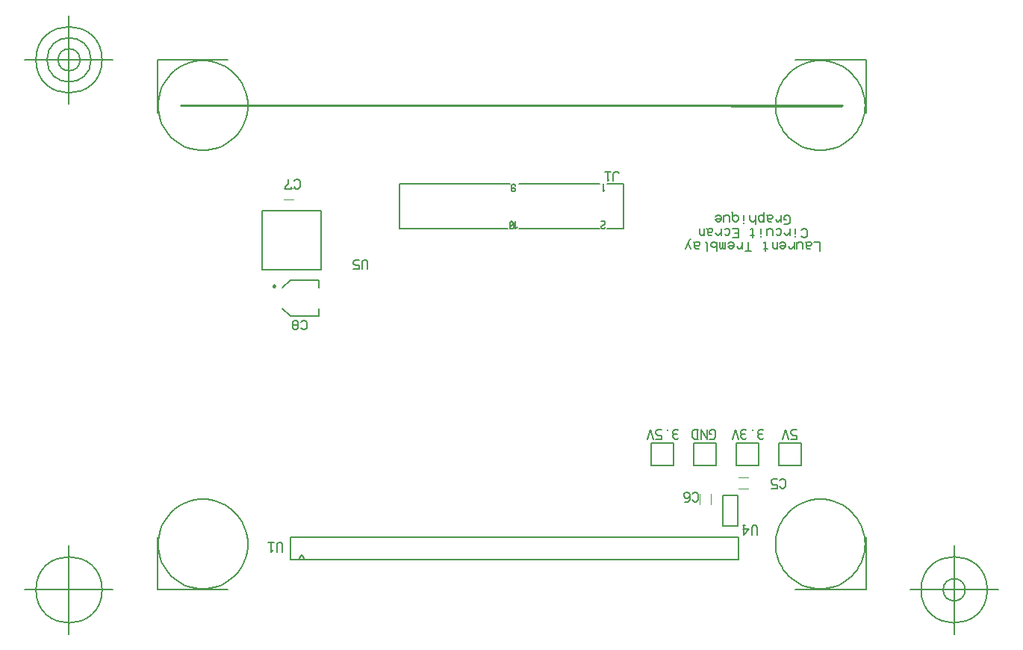
<source format=gbr>
G04 Generated by Ultiboard 13.0 *
%FSLAX25Y25*%
%MOIN*%

%ADD10C,0.00001*%
%ADD11C,0.00800*%
%ADD12C,0.00004*%
%ADD13C,0.01000*%
%ADD14C,0.00667*%
%ADD15C,0.00100*%
%ADD16C,0.00787*%
%ADD17C,0.00984*%
%ADD18C,0.00500*%


G04 ColorRGB FFFF00 for the following layer *
%LNSilkscreen Top*%
%LPD*%
G54D10*
G54D11*
X248750Y19805D02*
X248750Y33585D01*
X241860Y33585D01*
X241860Y19805D01*
X248750Y19805D01*
X29843Y207480D02*
X29766Y209223D01*
X29539Y210953D01*
X29161Y212657D01*
X28636Y214321D01*
X27969Y215933D01*
X27163Y217480D01*
X26226Y218952D01*
X25163Y220336D01*
X23985Y221622D01*
X22698Y222801D01*
X21314Y223863D01*
X19843Y224801D01*
X18295Y225606D01*
X16683Y226274D01*
X15019Y226799D01*
X13315Y227176D01*
X11586Y227404D01*
X9843Y227480D01*
X8099Y227404D01*
X6370Y227176D01*
X4666Y226799D01*
X3002Y226274D01*
X1390Y225606D01*
X-157Y224801D01*
X-1629Y223863D01*
X-3013Y222801D01*
X-4300Y221622D01*
X-5478Y220336D01*
X-6541Y218952D01*
X-7478Y217480D01*
X-8284Y215933D01*
X-8951Y214321D01*
X-9476Y212657D01*
X-9854Y210953D01*
X-10081Y209223D01*
X-10157Y207480D01*
X-10081Y205737D01*
X-9854Y204007D01*
X-9476Y202304D01*
X-8951Y200640D01*
X-8284Y199028D01*
X-7478Y197480D01*
X-6541Y196009D01*
X-5478Y194625D01*
X-4300Y193338D01*
X-3013Y192159D01*
X-1629Y191097D01*
X-157Y190160D01*
X1390Y189354D01*
X3002Y188686D01*
X4666Y188162D01*
X6370Y187784D01*
X8099Y187556D01*
X9843Y187480D01*
X11586Y187556D01*
X13315Y187784D01*
X15019Y188162D01*
X16683Y188686D01*
X18295Y189354D01*
X19843Y190160D01*
X21314Y191097D01*
X22698Y192159D01*
X23985Y193338D01*
X25163Y194625D01*
X26226Y196009D01*
X27163Y197480D01*
X27969Y199028D01*
X28636Y200640D01*
X29161Y202304D01*
X29539Y204007D01*
X29766Y205737D01*
X29843Y207480D01*
X29843Y207480D01*
X305433Y207480D02*
X305357Y209223D01*
X305129Y210953D01*
X304752Y212657D01*
X304227Y214321D01*
X303559Y215933D01*
X302754Y217480D01*
X301816Y218952D01*
X300754Y220336D01*
X299575Y221622D01*
X298289Y222801D01*
X296905Y223863D01*
X295433Y224801D01*
X293885Y225606D01*
X292273Y226274D01*
X290609Y226799D01*
X288906Y227176D01*
X287176Y227404D01*
X285433Y227480D01*
X283690Y227404D01*
X281960Y227176D01*
X280257Y226799D01*
X278593Y226274D01*
X276981Y225606D01*
X275433Y224801D01*
X273962Y223863D01*
X272577Y222801D01*
X271291Y221622D01*
X270112Y220336D01*
X269050Y218952D01*
X268113Y217480D01*
X267307Y215933D01*
X266639Y214321D01*
X266115Y212657D01*
X265737Y210953D01*
X265509Y209223D01*
X265433Y207480D01*
X265509Y205737D01*
X265737Y204007D01*
X266115Y202304D01*
X266639Y200640D01*
X267307Y199028D01*
X268113Y197480D01*
X269050Y196009D01*
X270112Y194625D01*
X271291Y193338D01*
X272577Y192159D01*
X273962Y191097D01*
X275433Y190160D01*
X276981Y189354D01*
X278593Y188686D01*
X280257Y188162D01*
X281960Y187784D01*
X283690Y187556D01*
X285433Y187480D01*
X287176Y187556D01*
X288906Y187784D01*
X290609Y188162D01*
X292273Y188686D01*
X293885Y189354D01*
X295433Y190160D01*
X296905Y191097D01*
X298289Y192159D01*
X299575Y193338D01*
X300754Y194625D01*
X301816Y196009D01*
X302754Y197480D01*
X303559Y199028D01*
X304227Y200640D01*
X304752Y202304D01*
X305129Y204007D01*
X305357Y205737D01*
X305433Y207480D01*
X305433Y207480D01*
X29843Y11811D02*
X29766Y13554D01*
X29539Y15284D01*
X29161Y16987D01*
X28636Y18651D01*
X27969Y20263D01*
X27163Y21811D01*
X26226Y23283D01*
X25163Y24667D01*
X23985Y25953D01*
X22698Y27132D01*
X21314Y28194D01*
X19843Y29132D01*
X18295Y29937D01*
X16683Y30605D01*
X15019Y31130D01*
X13315Y31507D01*
X11586Y31735D01*
X9843Y31811D01*
X8099Y31735D01*
X6370Y31507D01*
X4666Y31130D01*
X3002Y30605D01*
X1390Y29937D01*
X-157Y29132D01*
X-1629Y28194D01*
X-3013Y27132D01*
X-4300Y25953D01*
X-5478Y24667D01*
X-6541Y23283D01*
X-7478Y21811D01*
X-8284Y20263D01*
X-8951Y18651D01*
X-9476Y16987D01*
X-9854Y15284D01*
X-10081Y13554D01*
X-10157Y11811D01*
X-10081Y10068D01*
X-9854Y8338D01*
X-9476Y6635D01*
X-8951Y4971D01*
X-8284Y3359D01*
X-7478Y1811D01*
X-6541Y339D01*
X-5478Y-1045D01*
X-4300Y-2331D01*
X-3013Y-3510D01*
X-1629Y-4572D01*
X-157Y-5509D01*
X1390Y-6315D01*
X3002Y-6983D01*
X4666Y-7507D01*
X6370Y-7885D01*
X8099Y-8113D01*
X9843Y-8189D01*
X11586Y-8113D01*
X13315Y-7885D01*
X15019Y-7507D01*
X16683Y-6983D01*
X18295Y-6315D01*
X19843Y-5509D01*
X21314Y-4572D01*
X22698Y-3510D01*
X23985Y-2331D01*
X25163Y-1045D01*
X26226Y339D01*
X27163Y1811D01*
X27969Y3359D01*
X28636Y4971D01*
X29161Y6635D01*
X29539Y8338D01*
X29766Y10068D01*
X29843Y11811D01*
X305433Y11811D02*
X305357Y13554D01*
X305129Y15284D01*
X304752Y16987D01*
X304227Y18651D01*
X303559Y20263D01*
X302754Y21811D01*
X301816Y23283D01*
X300754Y24667D01*
X299575Y25953D01*
X298289Y27132D01*
X296905Y28194D01*
X295433Y29132D01*
X293885Y29937D01*
X292273Y30605D01*
X290609Y31130D01*
X288906Y31507D01*
X287176Y31735D01*
X285433Y31811D01*
X283690Y31735D01*
X281960Y31507D01*
X280257Y31130D01*
X278593Y30605D01*
X276981Y29937D01*
X275433Y29132D01*
X273962Y28194D01*
X272577Y27132D01*
X271291Y25953D01*
X270112Y24667D01*
X269050Y23283D01*
X268113Y21811D01*
X267307Y20263D01*
X266639Y18651D01*
X266115Y16987D01*
X265737Y15284D01*
X265509Y13554D01*
X265433Y11811D01*
X265509Y10068D01*
X265737Y8338D01*
X266115Y6635D01*
X266639Y4971D01*
X267307Y3359D01*
X268113Y1811D01*
X269050Y339D01*
X270112Y-1045D01*
X271291Y-2331D01*
X272577Y-3510D01*
X273962Y-4572D01*
X275433Y-5509D01*
X276981Y-6315D01*
X278593Y-6983D01*
X280257Y-7507D01*
X281960Y-7885D01*
X283690Y-8113D01*
X285433Y-8189D01*
X287176Y-8113D01*
X288906Y-7885D01*
X290609Y-7507D01*
X292273Y-6983D01*
X293885Y-6315D01*
X295433Y-5509D01*
X296905Y-4572D01*
X298289Y-3510D01*
X299575Y-2331D01*
X300754Y-1045D01*
X301816Y339D01*
X302754Y1811D01*
X303559Y3359D01*
X304227Y4971D01*
X304752Y6635D01*
X305129Y8338D01*
X305357Y10068D01*
X305433Y11811D01*
X210000Y47000D02*
X220000Y47000D01*
X220000Y57000D01*
X210000Y57000D01*
X210000Y47000D01*
X229000Y47000D02*
X239000Y47000D01*
X239000Y57000D01*
X229000Y57000D01*
X229000Y47000D01*
X248000Y47000D02*
X258000Y47000D01*
X258000Y57000D01*
X248000Y57000D01*
X248000Y47000D01*
X267000Y47000D02*
X277000Y47000D01*
X277000Y57000D01*
X267000Y57000D01*
X267000Y47000D01*
X97631Y172435D02*
X146798Y172435D01*
X97631Y152435D02*
X145965Y152435D01*
X197631Y172435D02*
X197631Y152435D01*
X190131Y172435D02*
X197631Y172435D01*
X186798Y172435D02*
X150965Y172435D01*
X188465Y169101D02*
X189298Y169935D01*
X188465Y172435D02*
X188465Y169101D01*
X147632Y169935D02*
X147635Y169862D01*
X147644Y169790D01*
X147660Y169719D01*
X147682Y169650D01*
X147710Y169582D01*
X147743Y169518D01*
X147782Y169457D01*
X147827Y169399D01*
X147876Y169345D01*
X147929Y169296D01*
X147987Y169252D01*
X148048Y169213D01*
X148113Y169179D01*
X148180Y169152D01*
X148249Y169130D01*
X148320Y169114D01*
X148392Y169104D01*
X148465Y169101D01*
X148538Y169104D01*
X148610Y169114D01*
X148681Y169130D01*
X148750Y169152D01*
X148817Y169179D01*
X148882Y169213D01*
X148943Y169252D01*
X149001Y169296D01*
X149054Y169345D01*
X149103Y169399D01*
X149148Y169457D01*
X149187Y169518D01*
X149220Y169582D01*
X149248Y169650D01*
X149270Y169719D01*
X149286Y169790D01*
X149295Y169862D01*
X149298Y169935D01*
X149295Y170007D01*
X149286Y170079D01*
X149270Y170150D01*
X149248Y170220D01*
X149220Y170287D01*
X149187Y170351D01*
X149148Y170413D01*
X149103Y170470D01*
X149054Y170524D01*
X149001Y170573D01*
X148943Y170617D01*
X148882Y170656D01*
X148817Y170690D01*
X148750Y170718D01*
X148681Y170740D01*
X148610Y170755D01*
X148538Y170765D01*
X148465Y170768D01*
X148392Y170765D01*
X148320Y170755D01*
X148249Y170740D01*
X148180Y170718D01*
X148113Y170690D01*
X148048Y170656D01*
X147987Y170617D01*
X147929Y170573D01*
X147876Y170524D01*
X147827Y170470D01*
X147782Y170413D01*
X147743Y170351D01*
X147710Y170287D01*
X147682Y170220D01*
X147660Y170150D01*
X147644Y170079D01*
X147635Y170007D01*
X147632Y169935D01*
X149298Y171601D02*
X149295Y171674D01*
X149286Y171746D01*
X149270Y171817D01*
X149248Y171886D01*
X149220Y171953D01*
X149187Y172018D01*
X149148Y172079D01*
X149103Y172137D01*
X149054Y172190D01*
X149001Y172240D01*
X148943Y172284D01*
X148882Y172323D01*
X148817Y172356D01*
X148750Y172384D01*
X148681Y172406D01*
X148610Y172422D01*
X148538Y172431D01*
X148465Y172435D01*
X148392Y172431D01*
X148320Y172422D01*
X148249Y172406D01*
X148180Y172384D01*
X148113Y172356D01*
X148048Y172323D01*
X147987Y172284D01*
X147929Y172240D01*
X147876Y172190D01*
X147827Y172137D01*
X147782Y172079D01*
X147743Y172018D01*
X147710Y171953D01*
X147682Y171886D01*
X147660Y171817D01*
X147644Y171746D01*
X147635Y171674D01*
X147632Y171601D01*
X147632Y171601D01*
X147631Y171601D02*
X147631Y169935D01*
X197631Y152435D02*
X190131Y152435D01*
X186798Y152435D02*
X150965Y152435D01*
X188465Y154101D02*
X188392Y154098D01*
X188320Y154089D01*
X188249Y154073D01*
X188180Y154051D01*
X188113Y154023D01*
X188048Y153990D01*
X187987Y153951D01*
X187929Y153906D01*
X187876Y153857D01*
X187827Y153804D01*
X187782Y153746D01*
X187743Y153685D01*
X187710Y153620D01*
X187682Y153553D01*
X187660Y153484D01*
X187644Y153413D01*
X187635Y153341D01*
X187632Y153268D01*
X187635Y153195D01*
X187644Y153123D01*
X187660Y153052D01*
X187682Y152983D01*
X187710Y152916D01*
X187743Y152851D01*
X187782Y152790D01*
X187827Y152732D01*
X187876Y152679D01*
X187929Y152630D01*
X187987Y152585D01*
X188048Y152546D01*
X188113Y152513D01*
X188180Y152485D01*
X188249Y152463D01*
X188320Y152447D01*
X188392Y152438D01*
X188465Y152435D01*
X188538Y152438D01*
X188610Y152447D01*
X188681Y152463D01*
X188750Y152485D01*
X188817Y152513D01*
X188882Y152546D01*
X188943Y152585D01*
X189001Y152630D01*
X189054Y152679D01*
X189103Y152732D01*
X189148Y152790D01*
X189187Y152851D01*
X189220Y152916D01*
X189248Y152983D01*
X189270Y153052D01*
X189286Y153123D01*
X189295Y153195D01*
X189298Y153268D01*
X187631Y155768D02*
X189298Y155768D01*
X188465Y154101D02*
X188538Y154104D01*
X188610Y154114D01*
X188681Y154130D01*
X188750Y154152D01*
X188817Y154179D01*
X188882Y154213D01*
X188943Y154252D01*
X189001Y154296D01*
X189054Y154345D01*
X189103Y154399D01*
X189148Y154457D01*
X189187Y154518D01*
X189220Y154582D01*
X189248Y154650D01*
X189270Y154719D01*
X189286Y154790D01*
X189295Y154862D01*
X189298Y154935D01*
X189298Y155768D02*
X189298Y154935D01*
X146798Y153268D02*
X148465Y154935D01*
X148462Y155007D01*
X148452Y155079D01*
X148436Y155150D01*
X148415Y155220D01*
X148387Y155287D01*
X148353Y155351D01*
X148314Y155413D01*
X148270Y155470D01*
X148221Y155524D01*
X148167Y155573D01*
X148109Y155617D01*
X148048Y155656D01*
X147984Y155690D01*
X147917Y155718D01*
X147847Y155740D01*
X147776Y155755D01*
X147704Y155765D01*
X147631Y155768D01*
X147559Y155765D01*
X147487Y155755D01*
X147416Y155740D01*
X147346Y155718D01*
X147279Y155690D01*
X147215Y155656D01*
X147154Y155617D01*
X147096Y155573D01*
X147042Y155524D01*
X146993Y155470D01*
X146949Y155413D01*
X146910Y155351D01*
X146876Y155287D01*
X146848Y155220D01*
X146827Y155150D01*
X146811Y155079D01*
X146801Y155007D01*
X146798Y154935D01*
X146798Y153268D02*
X146801Y153195D01*
X146811Y153123D01*
X146827Y153052D01*
X146848Y152983D01*
X146876Y152916D01*
X146910Y152851D01*
X146949Y152790D01*
X146993Y152732D01*
X147042Y152679D01*
X147096Y152630D01*
X147154Y152585D01*
X147215Y152546D01*
X147279Y152513D01*
X147346Y152485D01*
X147416Y152463D01*
X147487Y152447D01*
X147559Y152438D01*
X147631Y152435D01*
X147704Y152438D01*
X147776Y152447D01*
X147847Y152463D01*
X147917Y152485D01*
X147984Y152513D01*
X148048Y152546D01*
X148109Y152585D01*
X148167Y152630D01*
X148221Y152679D01*
X148270Y152732D01*
X148314Y152790D01*
X148353Y152851D01*
X148387Y152916D01*
X148415Y152983D01*
X148436Y153052D01*
X148452Y153123D01*
X148462Y153195D01*
X148465Y153268D01*
X146798Y153268D02*
X146798Y154935D01*
X148465Y154935D02*
X148465Y153268D01*
X149298Y152435D02*
X150131Y153268D01*
X149298Y155768D02*
X149298Y152435D01*
X97631Y152435D02*
X97631Y172435D01*
X48937Y4843D02*
X248937Y4843D01*
X248937Y14843D02*
X48937Y14843D01*
X48937Y4843D01*
X52604Y4843D02*
X53937Y7343D01*
X55104Y4843D01*
X248937Y4843D02*
X248937Y14843D01*
X36169Y160547D02*
X36169Y134169D01*
X62547Y134169D01*
X62547Y160547D01*
X36169Y160547D01*
G54D12*
X0Y208000D02*
X295000Y207000D01*
G54D13*
X295276Y207480D02*
X0Y207480D01*
G54D14*
X257335Y15933D02*
X257335Y19361D01*
X256481Y20218D01*
X255628Y20218D01*
X254775Y19361D01*
X254775Y15933D01*
X250935Y18504D02*
X253495Y18504D01*
X251361Y15933D01*
X251361Y20218D01*
X251788Y20218D02*
X250935Y20218D01*
X221882Y59101D02*
X221455Y58673D01*
X220602Y58673D01*
X219748Y59530D01*
X219748Y60387D01*
X220175Y60816D01*
X219748Y61244D01*
X219748Y62101D01*
X220602Y62958D01*
X221455Y62958D01*
X221882Y62530D01*
X221455Y60816D02*
X220175Y60816D01*
X217188Y62958D02*
X217188Y62530D01*
X212068Y58673D02*
X214628Y58673D01*
X214628Y60387D01*
X212922Y60387D01*
X212068Y61244D01*
X212068Y62101D01*
X212922Y62958D01*
X214628Y62958D01*
X210788Y58673D02*
X209508Y62958D01*
X208228Y58673D01*
X236918Y60816D02*
X236065Y60816D01*
X236065Y62101D01*
X236918Y62958D01*
X237771Y62958D01*
X238625Y62101D01*
X238625Y59530D01*
X237771Y58673D01*
X236065Y58673D01*
X234785Y62958D02*
X234785Y58673D01*
X232225Y62958D01*
X232225Y58673D01*
X230945Y62958D02*
X229238Y62958D01*
X228385Y62101D01*
X228385Y59530D01*
X229238Y58673D01*
X230945Y58673D01*
X230518Y58673D02*
X230518Y62958D01*
X259882Y59101D02*
X259455Y58673D01*
X258602Y58673D01*
X257748Y59530D01*
X257748Y60387D01*
X258175Y60816D01*
X257748Y61244D01*
X257748Y62101D01*
X258602Y62958D01*
X259455Y62958D01*
X259882Y62530D01*
X259455Y60816D02*
X258175Y60816D01*
X255188Y62958D02*
X255188Y62530D01*
X252202Y59101D02*
X251775Y58673D01*
X250922Y58673D01*
X250068Y59530D01*
X250068Y60387D01*
X250495Y60816D01*
X250068Y61244D01*
X250068Y62101D01*
X250922Y62958D01*
X251775Y62958D01*
X252202Y62530D01*
X251775Y60816D02*
X250495Y60816D01*
X248788Y58673D02*
X247508Y62958D01*
X246228Y58673D01*
X272381Y58673D02*
X274941Y58673D01*
X274941Y60387D01*
X273234Y60387D01*
X272381Y61244D01*
X272381Y62101D01*
X273234Y62958D01*
X274941Y62958D01*
X271101Y58673D02*
X269821Y62958D01*
X268541Y58673D01*
X267381Y40101D02*
X268234Y40958D01*
X269088Y40958D01*
X269941Y40101D01*
X269941Y37530D01*
X269088Y36673D01*
X268234Y36673D01*
X267381Y37530D01*
X263541Y36673D02*
X266101Y36673D01*
X266101Y38387D01*
X264394Y38387D01*
X263541Y39244D01*
X263541Y40101D01*
X264394Y40958D01*
X266101Y40958D01*
X228381Y34101D02*
X229234Y34958D01*
X230088Y34958D01*
X230941Y34101D01*
X230941Y31530D01*
X230088Y30673D01*
X229234Y30673D01*
X228381Y31530D01*
X224968Y30673D02*
X226248Y30673D01*
X227101Y31530D01*
X227101Y33244D01*
X227101Y34101D01*
X226248Y34958D01*
X225394Y34958D01*
X224541Y34101D01*
X224541Y33244D01*
X225394Y32387D01*
X226248Y32387D01*
X227101Y33244D01*
X195640Y177180D02*
X194786Y178037D01*
X193933Y178037D01*
X193080Y177180D01*
X193080Y173752D01*
X191373Y174609D02*
X190520Y173752D01*
X190520Y178037D01*
X191800Y178037D02*
X189240Y178037D01*
X45413Y8345D02*
X45413Y11774D01*
X44560Y12631D01*
X43707Y12631D01*
X42853Y11774D01*
X42853Y8345D01*
X41147Y9202D02*
X40293Y8345D01*
X40293Y12631D01*
X41573Y12631D02*
X39013Y12631D01*
X285293Y142429D02*
X285293Y146714D01*
X282733Y146714D01*
X281027Y143714D02*
X279747Y143714D01*
X279320Y144143D01*
X279320Y146286D01*
X279747Y146714D01*
X281027Y146714D01*
X281453Y146286D01*
X281453Y145429D01*
X281027Y145000D01*
X279320Y145000D01*
X279320Y146286D02*
X278893Y146714D01*
X277613Y143714D02*
X277613Y145857D01*
X276760Y146714D01*
X275907Y146714D01*
X275053Y145857D01*
X275053Y143714D01*
X275053Y145857D02*
X275053Y146714D01*
X273773Y145000D02*
X272493Y143714D01*
X272067Y143714D01*
X271213Y144571D01*
X273773Y146714D02*
X273773Y143714D01*
X267373Y145857D02*
X268227Y146714D01*
X269080Y146714D01*
X269933Y145857D01*
X269933Y144571D01*
X269080Y143714D01*
X268227Y143714D01*
X267373Y144571D01*
X267800Y145000D01*
X269933Y145000D01*
X266093Y146714D02*
X266093Y144143D01*
X266093Y143714D01*
X266093Y144143D02*
X265667Y143714D01*
X264813Y143714D01*
X264387Y144143D01*
X264387Y146714D01*
X260120Y146286D02*
X260547Y146714D01*
X260973Y146286D01*
X260973Y142429D01*
X261827Y143714D02*
X260120Y143714D01*
X253293Y146714D02*
X253293Y142429D01*
X254573Y142429D02*
X252013Y142429D01*
X250733Y145000D02*
X249453Y143714D01*
X249027Y143714D01*
X248173Y144571D01*
X250733Y146714D02*
X250733Y143714D01*
X244333Y145857D02*
X245187Y146714D01*
X246040Y146714D01*
X246893Y145857D01*
X246893Y144571D01*
X246040Y143714D01*
X245187Y143714D01*
X244333Y144571D01*
X244760Y145000D01*
X246893Y145000D01*
X243053Y146714D02*
X243053Y144143D01*
X243053Y143714D01*
X243053Y144143D02*
X242627Y143714D01*
X242200Y143714D01*
X241773Y144143D01*
X241347Y143714D01*
X240920Y143714D01*
X240493Y144143D01*
X240493Y146714D01*
X241773Y144143D02*
X241773Y146714D01*
X239213Y145857D02*
X238360Y146714D01*
X237507Y146714D01*
X236653Y145857D01*
X236653Y145000D01*
X237507Y144143D01*
X238360Y144143D01*
X239213Y145000D01*
X239213Y142429D02*
X239213Y146714D01*
X234947Y142429D02*
X234947Y145857D01*
X234093Y146714D01*
X231107Y143714D02*
X229827Y143714D01*
X229400Y144143D01*
X229400Y146286D01*
X229827Y146714D01*
X231107Y146714D01*
X231533Y146286D01*
X231533Y145429D01*
X231107Y145000D01*
X229400Y145000D01*
X229400Y146286D02*
X228973Y146714D01*
X227693Y148000D02*
X227267Y148000D01*
X225133Y143714D01*
X227693Y143714D02*
X226413Y146286D01*
X276973Y151857D02*
X277827Y152714D01*
X278680Y152714D01*
X279533Y151857D01*
X279533Y149286D01*
X278680Y148429D01*
X277827Y148429D01*
X276973Y149286D01*
X274413Y152714D02*
X274413Y150143D01*
X274413Y149286D02*
X274413Y148857D01*
X271853Y151000D02*
X270573Y149714D01*
X270147Y149714D01*
X269293Y150571D01*
X271853Y152714D02*
X271853Y149714D01*
X265880Y152286D02*
X266307Y152714D01*
X267160Y152714D01*
X268013Y151857D01*
X268013Y150571D01*
X267160Y149714D01*
X266307Y149714D01*
X265880Y150143D01*
X264173Y149714D02*
X264173Y151857D01*
X263320Y152714D01*
X262467Y152714D01*
X261613Y151857D01*
X261613Y149714D01*
X261613Y151857D02*
X261613Y152714D01*
X259053Y152714D02*
X259053Y150143D01*
X259053Y149286D02*
X259053Y148857D01*
X254360Y152286D02*
X254787Y152714D01*
X255213Y152286D01*
X255213Y148429D01*
X256067Y149714D02*
X254360Y149714D01*
X246253Y152714D02*
X248813Y152714D01*
X248813Y150571D01*
X248813Y148429D01*
X246253Y148429D01*
X248813Y150571D02*
X247107Y150571D01*
X242840Y152286D02*
X243267Y152714D01*
X244120Y152714D01*
X244973Y151857D01*
X244973Y150571D01*
X244120Y149714D01*
X243267Y149714D01*
X242840Y150143D01*
X241133Y151000D02*
X239853Y149714D01*
X239427Y149714D01*
X238573Y150571D01*
X241133Y152714D02*
X241133Y149714D01*
X236867Y149714D02*
X235587Y149714D01*
X235160Y150143D01*
X235160Y152286D01*
X235587Y152714D01*
X236867Y152714D01*
X237293Y152286D01*
X237293Y151429D01*
X236867Y151000D01*
X235160Y151000D01*
X235160Y152286D02*
X234733Y152714D01*
X233453Y152714D02*
X233453Y150143D01*
X233453Y149714D01*
X233453Y150143D02*
X233027Y149714D01*
X232173Y149714D01*
X231747Y150143D01*
X231747Y152714D01*
X270147Y156571D02*
X269293Y156571D01*
X269293Y157857D01*
X270147Y158714D01*
X271000Y158714D01*
X271853Y157857D01*
X271853Y155286D01*
X271000Y154429D01*
X269293Y154429D01*
X268013Y157000D02*
X266733Y155714D01*
X266307Y155714D01*
X265453Y156571D01*
X268013Y158714D02*
X268013Y155714D01*
X263747Y155714D02*
X262467Y155714D01*
X262040Y156143D01*
X262040Y158286D01*
X262467Y158714D01*
X263747Y158714D01*
X264173Y158286D01*
X264173Y157429D01*
X263747Y157000D01*
X262040Y157000D01*
X262040Y158286D02*
X261613Y158714D01*
X260333Y157857D02*
X259480Y158714D01*
X258627Y158714D01*
X257773Y157857D01*
X257773Y156571D01*
X258627Y155714D01*
X259480Y155714D01*
X260333Y156571D01*
X260333Y160000D02*
X260333Y155714D01*
X256493Y156571D02*
X255640Y155714D01*
X254787Y155714D01*
X253933Y156571D01*
X253933Y158714D01*
X256493Y154429D02*
X256493Y158714D01*
X251373Y158714D02*
X251373Y156143D01*
X251373Y155286D02*
X251373Y154857D01*
X246253Y157857D02*
X247107Y158714D01*
X247960Y158714D01*
X248813Y157857D01*
X248813Y156571D01*
X247960Y155714D01*
X247107Y155714D01*
X246253Y156571D01*
X246253Y157857D01*
X246253Y160000D01*
X245827Y160000D01*
X244973Y155714D02*
X244973Y157857D01*
X244120Y158714D01*
X243267Y158714D01*
X242413Y157857D01*
X242413Y155714D01*
X242413Y157857D02*
X242413Y158714D01*
X238573Y157857D02*
X239427Y158714D01*
X240280Y158714D01*
X241133Y157857D01*
X241133Y156571D01*
X240280Y155714D01*
X239427Y155714D01*
X238573Y156571D01*
X239000Y157000D01*
X241133Y157000D01*
X50541Y173757D02*
X51395Y174614D01*
X52248Y174614D01*
X53101Y173757D01*
X53101Y171186D01*
X52248Y170329D01*
X51395Y170329D01*
X50541Y171186D01*
X47981Y174614D02*
X47981Y172471D01*
X46701Y171186D01*
X46701Y170329D01*
X49261Y170329D01*
X49261Y171186D01*
X83413Y134429D02*
X83413Y137857D01*
X82560Y138714D01*
X81707Y138714D01*
X80853Y137857D01*
X80853Y134429D01*
X77013Y134429D02*
X79573Y134429D01*
X79573Y136143D01*
X77867Y136143D01*
X77013Y137000D01*
X77013Y137857D01*
X77867Y138714D01*
X79573Y138714D01*
X53693Y110857D02*
X54547Y111714D01*
X55400Y111714D01*
X56253Y110857D01*
X56253Y108286D01*
X55400Y107429D01*
X54547Y107429D01*
X53693Y108286D01*
X50707Y111714D02*
X51560Y111714D01*
X52413Y110857D01*
X52413Y110000D01*
X51987Y109571D01*
X52413Y109143D01*
X52413Y108286D01*
X51560Y107429D01*
X50707Y107429D01*
X49853Y108286D01*
X49853Y109143D01*
X50280Y109571D01*
X49853Y110000D01*
X49853Y110857D01*
X50707Y111714D01*
X51987Y109571D02*
X50280Y109571D01*
G54D15*
X253289Y41466D02*
X248843Y41465D01*
X253275Y36541D02*
X248890Y36550D01*
X236466Y29711D02*
X236465Y34157D01*
X231541Y29725D02*
X231550Y34110D01*
X45811Y165534D02*
X50257Y165535D01*
X45825Y170459D02*
X50210Y170450D01*
G54D16*
X48768Y129571D02*
X61465Y129571D01*
X48768Y113429D02*
X61465Y113429D01*
X45323Y116874D02*
X48768Y113429D01*
X45323Y126126D02*
X48768Y129571D01*
X61465Y113429D02*
X61465Y116874D01*
X61465Y129571D02*
X61465Y126126D01*
G54D17*
X41287Y126815D02*
G75*
D01*
G02X41287Y126815I493J0*
G01*
G54D18*
X-10557Y-8589D02*
X-10557Y15058D01*
X-10557Y-8589D02*
X21082Y-8589D01*
X305833Y-8589D02*
X274194Y-8589D01*
X305833Y-8589D02*
X305833Y15058D01*
X305833Y227880D02*
X305833Y204233D01*
X305833Y227880D02*
X274194Y227880D01*
X-10557Y227880D02*
X21082Y227880D01*
X-10557Y227880D02*
X-10557Y204233D01*
X-30243Y-8589D02*
X-69613Y-8589D01*
X-49928Y-28274D02*
X-49928Y11096D01*
X-64691Y-8589D02*
G75*
D01*
G02X-64691Y-8589I14763J0*
G01*
X325518Y-8589D02*
X364888Y-8589D01*
X345203Y-28274D02*
X345203Y11096D01*
X330439Y-8589D02*
G75*
D01*
G02X330439Y-8589I14764J0*
G01*
X340282Y-8589D02*
G75*
D01*
G02X340282Y-8589I4921J0*
G01*
X-30243Y227880D02*
X-69613Y227880D01*
X-49928Y208195D02*
X-49928Y247565D01*
X-64691Y227880D02*
G75*
D01*
G02X-64691Y227880I14763J0*
G01*
X-59770Y227880D02*
G75*
D01*
G02X-59770Y227880I9842J0*
G01*
X-54849Y227880D02*
G75*
D01*
G02X-54849Y227880I4921J0*
G01*

M02*

</source>
